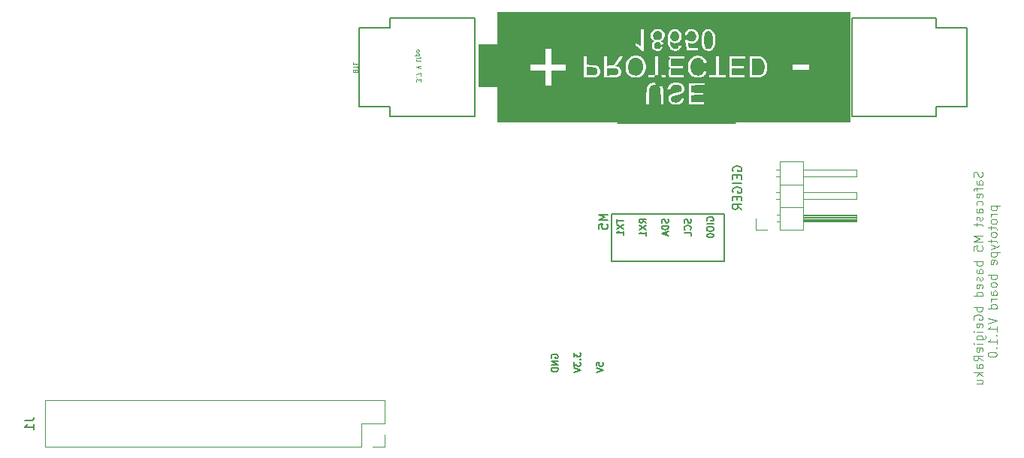
<source format=gbr>
G04 #@! TF.GenerationSoftware,KiCad,Pcbnew,5.99.0-unknown-51b9944~86~ubuntu18.04.1*
G04 #@! TF.CreationDate,2020-03-12T08:57:13+09:00*
G04 #@! TF.ProjectId,bGeigieRaku V2,62476569-6769-4655-9261-6b752056322e,rev?*
G04 #@! TF.SameCoordinates,Original*
G04 #@! TF.FileFunction,Legend,Bot*
G04 #@! TF.FilePolarity,Positive*
%FSLAX46Y46*%
G04 Gerber Fmt 4.6, Leading zero omitted, Abs format (unit mm)*
G04 Created by KiCad (PCBNEW 5.99.0-unknown-51b9944~86~ubuntu18.04.1) date 2020-03-12 08:57:13*
%MOMM*%
%LPD*%
G01*
G04 APERTURE LIST*
%ADD10C,0.100000*%
%ADD11C,0.200000*%
%ADD12C,0.150000*%
%ADD13C,0.120000*%
%ADD14C,0.203200*%
%ADD15C,0.300000*%
%ADD16C,0.050000*%
G04 APERTURE END LIST*
D10*
X208235361Y-89468666D02*
X208282980Y-89611523D01*
X208282980Y-89849619D01*
X208235361Y-89944857D01*
X208187742Y-89992476D01*
X208092504Y-90040095D01*
X207997266Y-90040095D01*
X207902028Y-89992476D01*
X207854409Y-89944857D01*
X207806790Y-89849619D01*
X207759171Y-89659142D01*
X207711552Y-89563904D01*
X207663933Y-89516285D01*
X207568695Y-89468666D01*
X207473457Y-89468666D01*
X207378219Y-89516285D01*
X207330600Y-89563904D01*
X207282980Y-89659142D01*
X207282980Y-89897238D01*
X207330600Y-90040095D01*
X208282980Y-90897238D02*
X207759171Y-90897238D01*
X207663933Y-90849619D01*
X207616314Y-90754380D01*
X207616314Y-90563904D01*
X207663933Y-90468666D01*
X208235361Y-90897238D02*
X208282980Y-90802000D01*
X208282980Y-90563904D01*
X208235361Y-90468666D01*
X208140123Y-90421047D01*
X208044885Y-90421047D01*
X207949647Y-90468666D01*
X207902028Y-90563904D01*
X207902028Y-90802000D01*
X207854409Y-90897238D01*
X207616314Y-91230571D02*
X207616314Y-91611523D01*
X208282980Y-91373428D02*
X207425838Y-91373428D01*
X207330600Y-91421047D01*
X207282980Y-91516285D01*
X207282980Y-91611523D01*
X208235361Y-92325809D02*
X208282980Y-92230571D01*
X208282980Y-92040095D01*
X208235361Y-91944857D01*
X208140123Y-91897238D01*
X207759171Y-91897238D01*
X207663933Y-91944857D01*
X207616314Y-92040095D01*
X207616314Y-92230571D01*
X207663933Y-92325809D01*
X207759171Y-92373428D01*
X207854409Y-92373428D01*
X207949647Y-91897238D01*
X208235361Y-93230571D02*
X208282980Y-93135333D01*
X208282980Y-92944857D01*
X208235361Y-92849619D01*
X208187742Y-92802000D01*
X208092504Y-92754380D01*
X207806790Y-92754380D01*
X207711552Y-92802000D01*
X207663933Y-92849619D01*
X207616314Y-92944857D01*
X207616314Y-93135333D01*
X207663933Y-93230571D01*
X208282980Y-94087714D02*
X207759171Y-94087714D01*
X207663933Y-94040095D01*
X207616314Y-93944857D01*
X207616314Y-93754380D01*
X207663933Y-93659142D01*
X208235361Y-94087714D02*
X208282980Y-93992476D01*
X208282980Y-93754380D01*
X208235361Y-93659142D01*
X208140123Y-93611523D01*
X208044885Y-93611523D01*
X207949647Y-93659142D01*
X207902028Y-93754380D01*
X207902028Y-93992476D01*
X207854409Y-94087714D01*
X208235361Y-94516285D02*
X208282980Y-94611523D01*
X208282980Y-94802000D01*
X208235361Y-94897238D01*
X208140123Y-94944857D01*
X208092504Y-94944857D01*
X207997266Y-94897238D01*
X207949647Y-94802000D01*
X207949647Y-94659142D01*
X207902028Y-94563904D01*
X207806790Y-94516285D01*
X207759171Y-94516285D01*
X207663933Y-94563904D01*
X207616314Y-94659142D01*
X207616314Y-94802000D01*
X207663933Y-94897238D01*
X207616314Y-95230571D02*
X207616314Y-95611523D01*
X207282980Y-95373428D02*
X208140123Y-95373428D01*
X208235361Y-95421047D01*
X208282980Y-95516285D01*
X208282980Y-95611523D01*
X208282980Y-96706761D02*
X207282980Y-96706761D01*
X207997266Y-97040095D01*
X207282980Y-97373428D01*
X208282980Y-97373428D01*
X207282980Y-98325809D02*
X207282980Y-97849619D01*
X207759171Y-97802000D01*
X207711552Y-97849619D01*
X207663933Y-97944857D01*
X207663933Y-98182952D01*
X207711552Y-98278190D01*
X207759171Y-98325809D01*
X207854409Y-98373428D01*
X208092504Y-98373428D01*
X208187742Y-98325809D01*
X208235361Y-98278190D01*
X208282980Y-98182952D01*
X208282980Y-97944857D01*
X208235361Y-97849619D01*
X208187742Y-97802000D01*
X208282980Y-99563904D02*
X207282980Y-99563904D01*
X207663933Y-99563904D02*
X207616314Y-99659142D01*
X207616314Y-99849619D01*
X207663933Y-99944857D01*
X207711552Y-99992476D01*
X207806790Y-100040095D01*
X208092504Y-100040095D01*
X208187742Y-99992476D01*
X208235361Y-99944857D01*
X208282980Y-99849619D01*
X208282980Y-99659142D01*
X208235361Y-99563904D01*
X208282980Y-100897238D02*
X207759171Y-100897238D01*
X207663933Y-100849619D01*
X207616314Y-100754380D01*
X207616314Y-100563904D01*
X207663933Y-100468666D01*
X208235361Y-100897238D02*
X208282980Y-100802000D01*
X208282980Y-100563904D01*
X208235361Y-100468666D01*
X208140123Y-100421047D01*
X208044885Y-100421047D01*
X207949647Y-100468666D01*
X207902028Y-100563904D01*
X207902028Y-100802000D01*
X207854409Y-100897238D01*
X208235361Y-101325809D02*
X208282980Y-101421047D01*
X208282980Y-101611523D01*
X208235361Y-101706761D01*
X208140123Y-101754380D01*
X208092504Y-101754380D01*
X207997266Y-101706761D01*
X207949647Y-101611523D01*
X207949647Y-101468666D01*
X207902028Y-101373428D01*
X207806790Y-101325809D01*
X207759171Y-101325809D01*
X207663933Y-101373428D01*
X207616314Y-101468666D01*
X207616314Y-101611523D01*
X207663933Y-101706761D01*
X208235361Y-102563904D02*
X208282980Y-102468666D01*
X208282980Y-102278190D01*
X208235361Y-102182952D01*
X208140123Y-102135333D01*
X207759171Y-102135333D01*
X207663933Y-102182952D01*
X207616314Y-102278190D01*
X207616314Y-102468666D01*
X207663933Y-102563904D01*
X207759171Y-102611523D01*
X207854409Y-102611523D01*
X207949647Y-102135333D01*
X208282980Y-103468666D02*
X207282980Y-103468666D01*
X208235361Y-103468666D02*
X208282980Y-103373428D01*
X208282980Y-103182952D01*
X208235361Y-103087714D01*
X208187742Y-103040095D01*
X208092504Y-102992476D01*
X207806790Y-102992476D01*
X207711552Y-103040095D01*
X207663933Y-103087714D01*
X207616314Y-103182952D01*
X207616314Y-103373428D01*
X207663933Y-103468666D01*
X208282980Y-104706761D02*
X207282980Y-104706761D01*
X207663933Y-104706761D02*
X207616314Y-104802000D01*
X207616314Y-104992476D01*
X207663933Y-105087714D01*
X207711552Y-105135333D01*
X207806790Y-105182952D01*
X208092504Y-105182952D01*
X208187742Y-105135333D01*
X208235361Y-105087714D01*
X208282980Y-104992476D01*
X208282980Y-104802000D01*
X208235361Y-104706761D01*
X207330600Y-106135333D02*
X207282980Y-106040095D01*
X207282980Y-105897238D01*
X207330600Y-105754380D01*
X207425838Y-105659142D01*
X207521076Y-105611523D01*
X207711552Y-105563904D01*
X207854409Y-105563904D01*
X208044885Y-105611523D01*
X208140123Y-105659142D01*
X208235361Y-105754380D01*
X208282980Y-105897238D01*
X208282980Y-105992476D01*
X208235361Y-106135333D01*
X208187742Y-106182952D01*
X207854409Y-106182952D01*
X207854409Y-105992476D01*
X208235361Y-106992476D02*
X208282980Y-106897238D01*
X208282980Y-106706761D01*
X208235361Y-106611523D01*
X208140123Y-106563904D01*
X207759171Y-106563904D01*
X207663933Y-106611523D01*
X207616314Y-106706761D01*
X207616314Y-106897238D01*
X207663933Y-106992476D01*
X207759171Y-107040095D01*
X207854409Y-107040095D01*
X207949647Y-106563904D01*
X208282980Y-107468666D02*
X207616314Y-107468666D01*
X207282980Y-107468666D02*
X207330600Y-107421047D01*
X207378219Y-107468666D01*
X207330600Y-107516285D01*
X207282980Y-107468666D01*
X207378219Y-107468666D01*
X207616314Y-108373428D02*
X208425838Y-108373428D01*
X208521076Y-108325809D01*
X208568695Y-108278190D01*
X208616314Y-108182952D01*
X208616314Y-108040095D01*
X208568695Y-107944857D01*
X208235361Y-108373428D02*
X208282980Y-108278190D01*
X208282980Y-108087714D01*
X208235361Y-107992476D01*
X208187742Y-107944857D01*
X208092504Y-107897238D01*
X207806790Y-107897238D01*
X207711552Y-107944857D01*
X207663933Y-107992476D01*
X207616314Y-108087714D01*
X207616314Y-108278190D01*
X207663933Y-108373428D01*
X208282980Y-108849619D02*
X207616314Y-108849619D01*
X207282980Y-108849619D02*
X207330600Y-108802000D01*
X207378219Y-108849619D01*
X207330600Y-108897238D01*
X207282980Y-108849619D01*
X207378219Y-108849619D01*
X208235361Y-109706761D02*
X208282980Y-109611523D01*
X208282980Y-109421047D01*
X208235361Y-109325809D01*
X208140123Y-109278190D01*
X207759171Y-109278190D01*
X207663933Y-109325809D01*
X207616314Y-109421047D01*
X207616314Y-109611523D01*
X207663933Y-109706761D01*
X207759171Y-109754380D01*
X207854409Y-109754380D01*
X207949647Y-109278190D01*
X208282980Y-110754380D02*
X207806790Y-110421047D01*
X208282980Y-110182952D02*
X207282980Y-110182952D01*
X207282980Y-110563904D01*
X207330600Y-110659142D01*
X207378219Y-110706761D01*
X207473457Y-110754380D01*
X207616314Y-110754380D01*
X207711552Y-110706761D01*
X207759171Y-110659142D01*
X207806790Y-110563904D01*
X207806790Y-110182952D01*
X208282980Y-111611523D02*
X207759171Y-111611523D01*
X207663933Y-111563904D01*
X207616314Y-111468666D01*
X207616314Y-111278190D01*
X207663933Y-111182952D01*
X208235361Y-111611523D02*
X208282980Y-111516285D01*
X208282980Y-111278190D01*
X208235361Y-111182952D01*
X208140123Y-111135333D01*
X208044885Y-111135333D01*
X207949647Y-111182952D01*
X207902028Y-111278190D01*
X207902028Y-111516285D01*
X207854409Y-111611523D01*
X208282980Y-112087714D02*
X207282980Y-112087714D01*
X207902028Y-112182952D02*
X208282980Y-112468666D01*
X207616314Y-112468666D02*
X207997266Y-112087714D01*
X207616314Y-113325809D02*
X208282980Y-113325809D01*
X207616314Y-112897238D02*
X208140123Y-112897238D01*
X208235361Y-112944857D01*
X208282980Y-113040095D01*
X208282980Y-113182952D01*
X208235361Y-113278190D01*
X208187742Y-113325809D01*
X209226314Y-93325809D02*
X210226314Y-93325809D01*
X209273933Y-93325809D02*
X209226314Y-93421047D01*
X209226314Y-93611523D01*
X209273933Y-93706761D01*
X209321552Y-93754380D01*
X209416790Y-93802000D01*
X209702504Y-93802000D01*
X209797742Y-93754380D01*
X209845361Y-93706761D01*
X209892980Y-93611523D01*
X209892980Y-93421047D01*
X209845361Y-93325809D01*
X209892980Y-94230571D02*
X209226314Y-94230571D01*
X209416790Y-94230571D02*
X209321552Y-94278190D01*
X209273933Y-94325809D01*
X209226314Y-94421047D01*
X209226314Y-94516285D01*
X209892980Y-94992476D02*
X209845361Y-94897238D01*
X209797742Y-94849619D01*
X209702504Y-94802000D01*
X209416790Y-94802000D01*
X209321552Y-94849619D01*
X209273933Y-94897238D01*
X209226314Y-94992476D01*
X209226314Y-95135333D01*
X209273933Y-95230571D01*
X209321552Y-95278190D01*
X209416790Y-95325809D01*
X209702504Y-95325809D01*
X209797742Y-95278190D01*
X209845361Y-95230571D01*
X209892980Y-95135333D01*
X209892980Y-94992476D01*
X209226314Y-95611523D02*
X209226314Y-95992476D01*
X208892980Y-95754380D02*
X209750123Y-95754380D01*
X209845361Y-95802000D01*
X209892980Y-95897238D01*
X209892980Y-95992476D01*
X209892980Y-96468666D02*
X209845361Y-96373428D01*
X209797742Y-96325809D01*
X209702504Y-96278190D01*
X209416790Y-96278190D01*
X209321552Y-96325809D01*
X209273933Y-96373428D01*
X209226314Y-96468666D01*
X209226314Y-96611523D01*
X209273933Y-96706761D01*
X209321552Y-96754380D01*
X209416790Y-96802000D01*
X209702504Y-96802000D01*
X209797742Y-96754380D01*
X209845361Y-96706761D01*
X209892980Y-96611523D01*
X209892980Y-96468666D01*
X209226314Y-97087714D02*
X209226314Y-97468666D01*
X208892980Y-97230571D02*
X209750123Y-97230571D01*
X209845361Y-97278190D01*
X209892980Y-97373428D01*
X209892980Y-97468666D01*
X209226314Y-97706761D02*
X209892980Y-97944857D01*
X209226314Y-98182952D02*
X209892980Y-97944857D01*
X210131076Y-97849619D01*
X210178695Y-97802000D01*
X210226314Y-97706761D01*
X209226314Y-98563904D02*
X210226314Y-98563904D01*
X209273933Y-98563904D02*
X209226314Y-98659142D01*
X209226314Y-98849619D01*
X209273933Y-98944857D01*
X209321552Y-98992476D01*
X209416790Y-99040095D01*
X209702504Y-99040095D01*
X209797742Y-98992476D01*
X209845361Y-98944857D01*
X209892980Y-98849619D01*
X209892980Y-98659142D01*
X209845361Y-98563904D01*
X209845361Y-99849619D02*
X209892980Y-99754380D01*
X209892980Y-99563904D01*
X209845361Y-99468666D01*
X209750123Y-99421047D01*
X209369171Y-99421047D01*
X209273933Y-99468666D01*
X209226314Y-99563904D01*
X209226314Y-99754380D01*
X209273933Y-99849619D01*
X209369171Y-99897238D01*
X209464409Y-99897238D01*
X209559647Y-99421047D01*
X209892980Y-101087714D02*
X208892980Y-101087714D01*
X209273933Y-101087714D02*
X209226314Y-101182952D01*
X209226314Y-101373428D01*
X209273933Y-101468666D01*
X209321552Y-101516285D01*
X209416790Y-101563904D01*
X209702504Y-101563904D01*
X209797742Y-101516285D01*
X209845361Y-101468666D01*
X209892980Y-101373428D01*
X209892980Y-101182952D01*
X209845361Y-101087714D01*
X209892980Y-102135333D02*
X209845361Y-102040095D01*
X209797742Y-101992476D01*
X209702504Y-101944857D01*
X209416790Y-101944857D01*
X209321552Y-101992476D01*
X209273933Y-102040095D01*
X209226314Y-102135333D01*
X209226314Y-102278190D01*
X209273933Y-102373428D01*
X209321552Y-102421047D01*
X209416790Y-102468666D01*
X209702504Y-102468666D01*
X209797742Y-102421047D01*
X209845361Y-102373428D01*
X209892980Y-102278190D01*
X209892980Y-102135333D01*
X209892980Y-103325809D02*
X209369171Y-103325809D01*
X209273933Y-103278190D01*
X209226314Y-103182952D01*
X209226314Y-102992476D01*
X209273933Y-102897238D01*
X209845361Y-103325809D02*
X209892980Y-103230571D01*
X209892980Y-102992476D01*
X209845361Y-102897238D01*
X209750123Y-102849619D01*
X209654885Y-102849619D01*
X209559647Y-102897238D01*
X209512028Y-102992476D01*
X209512028Y-103230571D01*
X209464409Y-103325809D01*
X209892980Y-103802000D02*
X209226314Y-103802000D01*
X209416790Y-103802000D02*
X209321552Y-103849619D01*
X209273933Y-103897238D01*
X209226314Y-103992476D01*
X209226314Y-104087714D01*
X209892980Y-104849619D02*
X208892980Y-104849619D01*
X209845361Y-104849619D02*
X209892980Y-104754380D01*
X209892980Y-104563904D01*
X209845361Y-104468666D01*
X209797742Y-104421047D01*
X209702504Y-104373428D01*
X209416790Y-104373428D01*
X209321552Y-104421047D01*
X209273933Y-104468666D01*
X209226314Y-104563904D01*
X209226314Y-104754380D01*
X209273933Y-104849619D01*
X208892980Y-105944857D02*
X209892980Y-106278190D01*
X208892980Y-106611523D01*
X209892980Y-107468666D02*
X209892980Y-106897238D01*
X209892980Y-107182952D02*
X208892980Y-107182952D01*
X209035838Y-107087714D01*
X209131076Y-106992476D01*
X209178695Y-106897238D01*
X209797742Y-107897238D02*
X209845361Y-107944857D01*
X209892980Y-107897238D01*
X209845361Y-107849619D01*
X209797742Y-107897238D01*
X209892980Y-107897238D01*
X209892980Y-108897238D02*
X209892980Y-108325809D01*
X209892980Y-108611523D02*
X208892980Y-108611523D01*
X209035838Y-108516285D01*
X209131076Y-108421047D01*
X209178695Y-108325809D01*
X209797742Y-109325809D02*
X209845361Y-109373428D01*
X209892980Y-109325809D01*
X209845361Y-109278190D01*
X209797742Y-109325809D01*
X209892980Y-109325809D01*
X208892980Y-109992476D02*
X208892980Y-110087714D01*
X208940600Y-110182952D01*
X208988219Y-110230571D01*
X209083457Y-110278190D01*
X209273933Y-110325809D01*
X209512028Y-110325809D01*
X209702504Y-110278190D01*
X209797742Y-110230571D01*
X209845361Y-110182952D01*
X209892980Y-110087714D01*
X209892980Y-109992476D01*
X209845361Y-109897238D01*
X209797742Y-109849619D01*
X209702504Y-109802000D01*
X209512028Y-109754380D01*
X209273933Y-109754380D01*
X209083457Y-109802000D01*
X208988219Y-109849619D01*
X208940600Y-109897238D01*
X208892980Y-109992476D01*
D11*
X166471600Y-94182000D02*
X166471600Y-99516000D01*
X166471600Y-99516000D02*
X179171600Y-99516000D01*
X179171600Y-99516000D02*
X179171600Y-94182000D01*
X179171600Y-94182000D02*
X166471600Y-94182000D01*
D12*
X167076885Y-94777428D02*
X167076885Y-95206000D01*
X167826885Y-94991714D02*
X167076885Y-94991714D01*
X167076885Y-95384571D02*
X167826885Y-95884571D01*
X167076885Y-95884571D02*
X167826885Y-95384571D01*
X167826885Y-96563142D02*
X167826885Y-96134571D01*
X167826885Y-96348857D02*
X167076885Y-96348857D01*
X167184028Y-96277428D01*
X167255457Y-96206000D01*
X167291171Y-96134571D01*
X170366885Y-95223857D02*
X170009742Y-94973857D01*
X170366885Y-94795285D02*
X169616885Y-94795285D01*
X169616885Y-95081000D01*
X169652600Y-95152428D01*
X169688314Y-95188142D01*
X169759742Y-95223857D01*
X169866885Y-95223857D01*
X169938314Y-95188142D01*
X169974028Y-95152428D01*
X170009742Y-95081000D01*
X170009742Y-94795285D01*
X169616885Y-95473857D02*
X170366885Y-95973857D01*
X169616885Y-95973857D02*
X170366885Y-95473857D01*
X170366885Y-96652428D02*
X170366885Y-96223857D01*
X170366885Y-96438142D02*
X169616885Y-96438142D01*
X169724028Y-96366714D01*
X169795457Y-96295285D01*
X169831171Y-96223857D01*
X172871171Y-94795284D02*
X172906885Y-94902427D01*
X172906885Y-95080999D01*
X172871171Y-95152427D01*
X172835457Y-95188141D01*
X172764028Y-95223856D01*
X172692600Y-95223856D01*
X172621171Y-95188141D01*
X172585457Y-95152427D01*
X172549742Y-95080999D01*
X172514028Y-94938141D01*
X172478314Y-94866713D01*
X172442600Y-94830999D01*
X172371171Y-94795284D01*
X172299742Y-94795284D01*
X172228314Y-94830999D01*
X172192600Y-94866713D01*
X172156885Y-94938141D01*
X172156885Y-95116713D01*
X172192600Y-95223856D01*
X172906885Y-95545284D02*
X172156885Y-95545284D01*
X172156885Y-95723856D01*
X172192600Y-95830999D01*
X172264028Y-95902427D01*
X172335457Y-95938141D01*
X172478314Y-95973856D01*
X172585457Y-95973856D01*
X172728314Y-95938141D01*
X172799742Y-95902427D01*
X172871171Y-95830999D01*
X172906885Y-95723856D01*
X172906885Y-95545284D01*
X172692600Y-96259570D02*
X172692600Y-96616713D01*
X172906885Y-96188141D02*
X172156885Y-96438141D01*
X172906885Y-96688141D01*
X175411171Y-94813141D02*
X175446885Y-94920284D01*
X175446885Y-95098856D01*
X175411171Y-95170284D01*
X175375457Y-95205999D01*
X175304028Y-95241713D01*
X175232600Y-95241713D01*
X175161171Y-95205999D01*
X175125457Y-95170284D01*
X175089742Y-95098856D01*
X175054028Y-94955999D01*
X175018314Y-94884570D01*
X174982600Y-94848856D01*
X174911171Y-94813141D01*
X174839742Y-94813141D01*
X174768314Y-94848856D01*
X174732600Y-94884570D01*
X174696885Y-94955999D01*
X174696885Y-95134570D01*
X174732600Y-95241713D01*
X175375457Y-95991713D02*
X175411171Y-95955999D01*
X175446885Y-95848856D01*
X175446885Y-95777427D01*
X175411171Y-95670284D01*
X175339742Y-95598856D01*
X175268314Y-95563141D01*
X175125457Y-95527427D01*
X175018314Y-95527427D01*
X174875457Y-95563141D01*
X174804028Y-95598856D01*
X174732600Y-95670284D01*
X174696885Y-95777427D01*
X174696885Y-95848856D01*
X174732600Y-95955999D01*
X174768314Y-95991713D01*
X175446885Y-96670284D02*
X175446885Y-96313141D01*
X174696885Y-96313141D01*
X177272600Y-94973856D02*
X177236885Y-94902427D01*
X177236885Y-94795284D01*
X177272600Y-94688141D01*
X177344028Y-94616713D01*
X177415457Y-94580999D01*
X177558314Y-94545284D01*
X177665457Y-94545284D01*
X177808314Y-94580999D01*
X177879742Y-94616713D01*
X177951171Y-94688141D01*
X177986885Y-94795284D01*
X177986885Y-94866713D01*
X177951171Y-94973856D01*
X177915457Y-95009570D01*
X177665457Y-95009570D01*
X177665457Y-94866713D01*
X177986885Y-95330999D02*
X177236885Y-95330999D01*
X177236885Y-95830999D02*
X177236885Y-95973856D01*
X177272600Y-96045284D01*
X177344028Y-96116713D01*
X177486885Y-96152427D01*
X177736885Y-96152427D01*
X177879742Y-96116713D01*
X177951171Y-96045284D01*
X177986885Y-95973856D01*
X177986885Y-95830999D01*
X177951171Y-95759570D01*
X177879742Y-95688141D01*
X177736885Y-95652427D01*
X177486885Y-95652427D01*
X177344028Y-95688141D01*
X177272600Y-95759570D01*
X177236885Y-95830999D01*
X177236885Y-96616713D02*
X177236885Y-96688141D01*
X177272600Y-96759570D01*
X177308314Y-96795284D01*
X177379742Y-96830999D01*
X177522600Y-96866713D01*
X177701171Y-96866713D01*
X177844028Y-96830999D01*
X177915457Y-96795284D01*
X177951171Y-96759570D01*
X177986885Y-96688141D01*
X177986885Y-96616713D01*
X177951171Y-96545284D01*
X177915457Y-96509570D01*
X177844028Y-96473856D01*
X177701171Y-96438141D01*
X177522600Y-96438141D01*
X177379742Y-96473856D01*
X177308314Y-96509570D01*
X177272600Y-96545284D01*
X177236885Y-96616713D01*
X166034980Y-94261476D02*
X165034980Y-94261476D01*
X165749266Y-94594809D01*
X165034980Y-94928142D01*
X166034980Y-94928142D01*
X165034980Y-95880523D02*
X165034980Y-95404333D01*
X165511171Y-95356714D01*
X165463552Y-95404333D01*
X165415933Y-95499571D01*
X165415933Y-95737666D01*
X165463552Y-95832904D01*
X165511171Y-95880523D01*
X165606409Y-95928142D01*
X165844504Y-95928142D01*
X165939742Y-95880523D01*
X165987361Y-95832904D01*
X166034980Y-95737666D01*
X166034980Y-95499571D01*
X165987361Y-95404333D01*
X165939742Y-95356714D01*
X159746600Y-110445998D02*
X159710885Y-110374569D01*
X159710885Y-110267427D01*
X159746600Y-110160284D01*
X159818028Y-110088855D01*
X159889457Y-110053141D01*
X160032314Y-110017427D01*
X160139457Y-110017427D01*
X160282314Y-110053141D01*
X160353742Y-110088855D01*
X160425171Y-110160284D01*
X160460885Y-110267427D01*
X160460885Y-110338855D01*
X160425171Y-110445998D01*
X160389457Y-110481712D01*
X160139457Y-110481712D01*
X160139457Y-110338855D01*
X160460885Y-110803141D02*
X159710885Y-110803141D01*
X160460885Y-111231712D01*
X159710885Y-111231712D01*
X160460885Y-111588855D02*
X159710885Y-111588855D01*
X159710885Y-111767427D01*
X159746600Y-111874569D01*
X159818028Y-111945998D01*
X159889457Y-111981712D01*
X160032314Y-112017427D01*
X160139457Y-112017427D01*
X160282314Y-111981712D01*
X160353742Y-111945998D01*
X160425171Y-111874569D01*
X160460885Y-111767427D01*
X160460885Y-111588855D01*
X162250885Y-109838855D02*
X162250885Y-110303140D01*
X162536600Y-110053140D01*
X162536600Y-110160283D01*
X162572314Y-110231712D01*
X162608028Y-110267426D01*
X162679457Y-110303140D01*
X162858028Y-110303140D01*
X162929457Y-110267426D01*
X162965171Y-110231712D01*
X163000885Y-110160283D01*
X163000885Y-109945998D01*
X162965171Y-109874569D01*
X162929457Y-109838855D01*
X162929457Y-110624569D02*
X162965171Y-110660283D01*
X163000885Y-110624569D01*
X162965171Y-110588855D01*
X162929457Y-110624569D01*
X163000885Y-110624569D01*
X162250885Y-110910283D02*
X162250885Y-111374569D01*
X162536600Y-111124569D01*
X162536600Y-111231712D01*
X162572314Y-111303140D01*
X162608028Y-111338855D01*
X162679457Y-111374569D01*
X162858028Y-111374569D01*
X162929457Y-111338855D01*
X162965171Y-111303140D01*
X163000885Y-111231712D01*
X163000885Y-111017426D01*
X162965171Y-110945998D01*
X162929457Y-110910283D01*
X162250885Y-111588855D02*
X163000885Y-111838855D01*
X162250885Y-112088855D01*
X164790885Y-111338854D02*
X164790885Y-110981712D01*
X165148028Y-110945997D01*
X165112314Y-110981712D01*
X165076600Y-111053140D01*
X165076600Y-111231712D01*
X165112314Y-111303140D01*
X165148028Y-111338854D01*
X165219457Y-111374569D01*
X165398028Y-111374569D01*
X165469457Y-111338854D01*
X165505171Y-111303140D01*
X165540885Y-111231712D01*
X165540885Y-111053140D01*
X165505171Y-110981712D01*
X165469457Y-110945997D01*
X164790885Y-111588854D02*
X165540885Y-111838854D01*
X164790885Y-112088854D01*
G36*
X180432236Y-83878945D02*
G01*
X180519014Y-83963786D01*
X180605791Y-84048626D01*
X166959247Y-84048626D01*
X167046024Y-83963786D01*
X167132802Y-83878945D01*
X166308158Y-83878143D01*
X163965874Y-83875866D01*
X160368143Y-83872369D01*
X159738120Y-83871756D01*
X153603485Y-83865793D01*
X153603485Y-81855821D01*
X170414996Y-81855821D01*
X170725206Y-81855821D01*
X170733256Y-80931802D01*
X170733839Y-80866012D01*
X170736182Y-80632025D01*
X170738734Y-80443641D01*
X170741788Y-80295569D01*
X170745636Y-80182517D01*
X170750569Y-80099193D01*
X170756879Y-80040305D01*
X170764858Y-80000562D01*
X170774797Y-79974672D01*
X170786990Y-79957342D01*
X170816603Y-79917953D01*
X170832673Y-79879029D01*
X170836230Y-79868106D01*
X170867783Y-79826029D01*
X170921366Y-79773284D01*
X170939046Y-79759058D01*
X171050095Y-79702001D01*
X171192026Y-79665583D01*
X171350425Y-79650396D01*
X171510880Y-79657030D01*
X171658978Y-79686074D01*
X171780304Y-79738119D01*
X171823483Y-79768345D01*
X171876327Y-79820259D01*
X171919841Y-79886857D01*
X171954859Y-79972822D01*
X171982215Y-80082836D01*
X172002744Y-80221581D01*
X172017281Y-80393739D01*
X172026660Y-80603993D01*
X172031715Y-80857025D01*
X172033281Y-81157517D01*
X172033495Y-81855821D01*
X172325265Y-81855821D01*
X172313664Y-80948678D01*
X172311883Y-80817565D01*
X172307911Y-80581559D01*
X172303363Y-80390221D01*
X172297988Y-80238462D01*
X172291534Y-80121190D01*
X172290754Y-80112384D01*
X172790535Y-80112384D01*
X172792653Y-80144741D01*
X172808370Y-80169655D01*
X172850596Y-80182160D01*
X172932170Y-80189222D01*
X173073804Y-80198164D01*
X173089867Y-80090759D01*
X173092986Y-80073443D01*
X173142486Y-79954962D01*
X173233936Y-79846697D01*
X173358408Y-79755410D01*
X173506975Y-79687864D01*
X173670708Y-79650821D01*
X173686287Y-79649181D01*
X173810661Y-79645704D01*
X173940018Y-79655846D01*
X174060097Y-79677176D01*
X174156635Y-79707263D01*
X174215371Y-79743674D01*
X174251582Y-79775841D01*
X174290407Y-79793539D01*
X174293893Y-79793994D01*
X174325633Y-79822240D01*
X174362793Y-79883258D01*
X174398208Y-79961502D01*
X174424713Y-80041430D01*
X174435140Y-80107495D01*
X174435140Y-80107859D01*
X174428267Y-80162431D01*
X174411865Y-80185112D01*
X174393682Y-80198198D01*
X174372527Y-80243847D01*
X174336410Y-80307052D01*
X174255833Y-80375246D01*
X174143834Y-80432724D01*
X174011449Y-80472497D01*
X173932008Y-80490403D01*
X173859507Y-80510162D01*
X173821676Y-80524922D01*
X173804589Y-80532406D01*
X173743511Y-80551440D01*
X173651558Y-80576239D01*
X173541049Y-80603360D01*
X173467474Y-80621489D01*
X173374157Y-80647516D01*
X173310237Y-80669278D01*
X173286527Y-80683376D01*
X173273308Y-80700194D01*
X173227791Y-80721531D01*
X173147162Y-80756366D01*
X173038740Y-80845053D01*
X172958175Y-80966759D01*
X172909249Y-81112597D01*
X172895746Y-81273678D01*
X172921451Y-81441115D01*
X172921529Y-81441396D01*
X172964755Y-81527621D01*
X173041951Y-81622586D01*
X173139541Y-81713620D01*
X173243947Y-81788052D01*
X173341591Y-81833211D01*
X173353413Y-81836485D01*
X173469119Y-81856683D01*
X173613881Y-81867276D01*
X173771577Y-81868541D01*
X173926085Y-81860755D01*
X173966365Y-81855821D01*
X175166075Y-81855821D01*
X176941204Y-81855821D01*
X176941204Y-81594772D01*
X175477973Y-81594772D01*
X175485179Y-81196674D01*
X175492385Y-80798575D01*
X176164585Y-80791608D01*
X176836784Y-80784641D01*
X176836784Y-80551461D01*
X176164585Y-80544494D01*
X175492385Y-80537527D01*
X175492385Y-79702172D01*
X176242899Y-79695246D01*
X176993413Y-79688319D01*
X176993413Y-79454176D01*
X175166075Y-79454176D01*
X175166075Y-81855821D01*
X173966365Y-81855821D01*
X174061279Y-81844195D01*
X174161039Y-81819139D01*
X174210556Y-81798278D01*
X174277766Y-81762417D01*
X174313249Y-81732851D01*
X174341535Y-81704140D01*
X174398558Y-81672108D01*
X174443518Y-81643353D01*
X174485631Y-81586239D01*
X174507741Y-81541431D01*
X174550708Y-81482934D01*
X174561011Y-81469789D01*
X174589266Y-81406592D01*
X174608182Y-81325680D01*
X174624031Y-81210051D01*
X174503557Y-81191985D01*
X174420477Y-81182530D01*
X174366502Y-81190168D01*
X174337593Y-81223478D01*
X174320319Y-81289619D01*
X174310098Y-81324762D01*
X174275306Y-81396770D01*
X174228594Y-81467419D01*
X174180844Y-81521190D01*
X174142940Y-81542563D01*
X174131622Y-81544764D01*
X174081049Y-81563377D01*
X174011298Y-81594772D01*
X173960615Y-81613735D01*
X173869063Y-81634097D01*
X173768282Y-81645861D01*
X173673279Y-81648159D01*
X173599059Y-81640121D01*
X173560628Y-81620877D01*
X173542288Y-81606204D01*
X173491244Y-81594772D01*
X173481100Y-81594463D01*
X173385821Y-81569156D01*
X173293051Y-81513097D01*
X173226644Y-81440220D01*
X173213093Y-81411807D01*
X173191023Y-81324141D01*
X173183669Y-81224567D01*
X173191646Y-81133558D01*
X173215569Y-81071588D01*
X173232909Y-81052178D01*
X173291044Y-81007276D01*
X173376986Y-80963196D01*
X173496653Y-80917558D01*
X173655962Y-80867981D01*
X173860834Y-80812085D01*
X173937012Y-80792039D01*
X174097672Y-80747420D01*
X174220845Y-80707930D01*
X174316219Y-80669296D01*
X174393485Y-80627243D01*
X174462331Y-80577495D01*
X174532447Y-80515779D01*
X174613586Y-80409171D01*
X174667770Y-80269196D01*
X174689357Y-80113413D01*
X174676453Y-79955934D01*
X174643978Y-79860359D01*
X174627162Y-79810869D01*
X174612019Y-79784033D01*
X174537618Y-79687859D01*
X174440474Y-79595447D01*
X174336672Y-79520725D01*
X174242301Y-79477622D01*
X174217052Y-79470165D01*
X174151519Y-79443853D01*
X174116288Y-79418844D01*
X174108448Y-79413158D01*
X174058453Y-79401922D01*
X173974626Y-79394493D01*
X173869244Y-79390771D01*
X173754587Y-79390657D01*
X173642933Y-79394050D01*
X173546560Y-79400851D01*
X173477747Y-79410959D01*
X173448773Y-79424275D01*
X173436792Y-79439777D01*
X173392090Y-79454176D01*
X173354741Y-79459258D01*
X173275529Y-79485562D01*
X173190353Y-79526026D01*
X173117964Y-79571259D01*
X173077117Y-79611873D01*
X173053546Y-79642349D01*
X173013126Y-79663015D01*
X173007036Y-79664918D01*
X172974661Y-79698442D01*
X172930932Y-79765150D01*
X172883520Y-79853751D01*
X172873790Y-79874083D01*
X172831488Y-79972187D01*
X172801761Y-80057115D01*
X172790535Y-80112384D01*
X172290754Y-80112384D01*
X172283750Y-80033318D01*
X172274385Y-79969755D01*
X172263189Y-79925411D01*
X172250005Y-79889796D01*
X172219776Y-79828145D01*
X172194167Y-79799238D01*
X172183717Y-79793672D01*
X172164020Y-79755779D01*
X172146877Y-79720661D01*
X172099211Y-79664907D01*
X172033740Y-79601440D01*
X171963256Y-79541795D01*
X171900547Y-79497509D01*
X171858406Y-79480120D01*
X171856849Y-79480093D01*
X171801004Y-79466838D01*
X171733290Y-79436724D01*
X171708702Y-79426907D01*
X171630468Y-79410703D01*
X171524129Y-79399077D01*
X171403004Y-79392339D01*
X171280411Y-79390800D01*
X171169672Y-79394771D01*
X171084104Y-79404562D01*
X171037027Y-79420485D01*
X171027186Y-79427238D01*
X170970528Y-79454170D01*
X170895054Y-79480625D01*
X170889940Y-79482181D01*
X170760159Y-79548674D01*
X170645220Y-79658552D01*
X170550155Y-79804170D01*
X170479997Y-79977887D01*
X170439779Y-80172059D01*
X170433421Y-80251967D01*
X170427548Y-80376231D01*
X170422546Y-80534303D01*
X170418659Y-80716883D01*
X170416128Y-80914669D01*
X170415194Y-81118359D01*
X170414996Y-81855821D01*
X153603485Y-81855821D01*
X153603485Y-79950168D01*
X152593605Y-79950168D01*
X152415528Y-79950148D01*
X152191766Y-79949918D01*
X152011607Y-79949205D01*
X151869913Y-79947736D01*
X151761543Y-79945239D01*
X151681358Y-79941442D01*
X151624218Y-79936072D01*
X151584982Y-79928856D01*
X151558512Y-79919522D01*
X151539667Y-79907797D01*
X151523307Y-79893408D01*
X151462889Y-79836648D01*
X151462889Y-77339685D01*
X157362581Y-77339685D01*
X157362581Y-78018411D01*
X159033290Y-78018411D01*
X159033290Y-79715225D01*
X159738120Y-79715225D01*
X159738120Y-78018411D01*
X161356620Y-78018411D01*
X161356620Y-77339685D01*
X159738120Y-77339685D01*
X159738120Y-76399911D01*
X163366692Y-76399911D01*
X163366692Y-78827660D01*
X163965874Y-78827660D01*
X164055468Y-78827381D01*
X164223995Y-78825298D01*
X164373513Y-78821445D01*
X164495724Y-78816141D01*
X164582326Y-78809702D01*
X164625021Y-78802447D01*
X164638129Y-78797260D01*
X164710423Y-78773175D01*
X164794744Y-78749551D01*
X164908322Y-78704714D01*
X165027878Y-78609958D01*
X165130856Y-78467883D01*
X165154275Y-78424679D01*
X165184136Y-78349346D01*
X165199215Y-78264509D01*
X165204409Y-78148935D01*
X165203297Y-78044080D01*
X165192344Y-77959000D01*
X165165736Y-77878094D01*
X165117786Y-77776941D01*
X165109799Y-77761424D01*
X165063290Y-77679888D01*
X165022890Y-77622456D01*
X164996581Y-77600733D01*
X164981829Y-77597355D01*
X164950853Y-77564720D01*
X164926942Y-77531996D01*
X164864087Y-77496810D01*
X164762078Y-77468668D01*
X164617701Y-77446964D01*
X164427744Y-77431088D01*
X164188994Y-77420432D01*
X163693002Y-77404947D01*
X163678822Y-76399911D01*
X165663917Y-76399911D01*
X165663917Y-78827660D01*
X166308158Y-78827660D01*
X166530193Y-78826433D01*
X166723051Y-78822716D01*
X166875959Y-78816672D01*
X166984840Y-78808463D01*
X167045619Y-78798252D01*
X167151966Y-78764174D01*
X167251348Y-78728937D01*
X167320894Y-78696575D01*
X167371920Y-78660351D01*
X167415739Y-78613529D01*
X167463668Y-78549373D01*
X167521658Y-78454791D01*
X167580921Y-78286941D01*
X167589016Y-78116566D01*
X167546013Y-77948273D01*
X167451982Y-77786668D01*
X167389153Y-77712940D01*
X167313081Y-77654135D01*
X167214278Y-77611642D01*
X167154634Y-77589405D01*
X167138644Y-77581913D01*
X168052467Y-77581913D01*
X168057792Y-77752976D01*
X168076165Y-77900939D01*
X168112325Y-78049077D01*
X168205133Y-78277761D01*
X168336538Y-78471450D01*
X168506946Y-78630691D01*
X168716768Y-78756028D01*
X168746705Y-78770023D01*
X168819328Y-78800866D01*
X168885223Y-78820588D01*
X168959124Y-78831768D01*
X169055761Y-78836982D01*
X169189870Y-78838810D01*
X169253001Y-78838955D01*
X169378339Y-78836429D01*
X169468831Y-78828639D01*
X169536781Y-78814147D01*
X169594494Y-78791515D01*
X169608763Y-78784685D01*
X169702111Y-78740372D01*
X169787847Y-78700148D01*
X169878557Y-78646630D01*
X169969143Y-78566612D01*
X170623835Y-78566612D01*
X170623835Y-78827660D01*
X172555592Y-78827660D01*
X172894955Y-78827660D01*
X174643978Y-78827660D01*
X174643978Y-78566612D01*
X173208213Y-78566612D01*
X173208213Y-77783467D01*
X174539559Y-77783467D01*
X174539559Y-77727644D01*
X175095616Y-77727644D01*
X175099836Y-77783467D01*
X175100234Y-77785185D01*
X175109358Y-77832426D01*
X175123577Y-77913492D01*
X175139989Y-78011884D01*
X175142349Y-78026054D01*
X175159781Y-78114800D01*
X175176623Y-78177427D01*
X175189527Y-78201144D01*
X175195722Y-78204456D01*
X175221497Y-78240223D01*
X175253008Y-78302619D01*
X175303936Y-78388204D01*
X175384744Y-78488175D01*
X175480290Y-78585494D01*
X175576731Y-78666108D01*
X175660223Y-78715965D01*
X175661560Y-78716515D01*
X175753760Y-78756126D01*
X175844801Y-78797517D01*
X175853603Y-78801361D01*
X175936740Y-78823096D01*
X176050673Y-78837209D01*
X176181656Y-78843745D01*
X176315940Y-78842750D01*
X176439778Y-78834269D01*
X176539421Y-78818347D01*
X176601123Y-78795029D01*
X176658054Y-78763954D01*
X176714157Y-78749346D01*
X176743405Y-78741875D01*
X176808866Y-78698846D01*
X176886821Y-78626394D01*
X176940418Y-78566612D01*
X177463300Y-78566612D01*
X177463300Y-78827660D01*
X179368953Y-78827660D01*
X179368953Y-78566612D01*
X178559703Y-78566612D01*
X178559703Y-76399911D01*
X179760525Y-76399911D01*
X179760525Y-78827660D01*
X181509549Y-78827660D01*
X181509549Y-78566612D01*
X180073783Y-78566612D01*
X180073783Y-77783467D01*
X181405130Y-77783467D01*
X181405130Y-77522419D01*
X180073783Y-77522419D01*
X180073783Y-76660959D01*
X181561759Y-76660959D01*
X181561759Y-76399911D01*
X179760525Y-76399911D01*
X178559703Y-76399911D01*
X178272550Y-76399911D01*
X178272550Y-78566612D01*
X177463300Y-78566612D01*
X176940418Y-78566612D01*
X176969046Y-78534682D01*
X177047316Y-78433873D01*
X177113405Y-78334129D01*
X177159091Y-78245614D01*
X177176147Y-78178489D01*
X177163427Y-78168605D01*
X177111778Y-78151380D01*
X177033952Y-78134114D01*
X176891756Y-78108065D01*
X176849981Y-78217451D01*
X176821263Y-78273658D01*
X176758967Y-78361466D01*
X176684933Y-78442145D01*
X176590513Y-78515683D01*
X176441267Y-78582563D01*
X176268111Y-78607755D01*
X176065694Y-78592558D01*
X176052894Y-78590460D01*
X175884103Y-78548711D01*
X175750272Y-78481645D01*
X175638158Y-78380370D01*
X175534514Y-78235995D01*
X175481558Y-78130154D01*
X175430303Y-77949829D01*
X175406725Y-77731326D01*
X175410273Y-77471265D01*
X175415419Y-77393548D01*
X175426632Y-77281359D01*
X175443145Y-77196353D01*
X175468614Y-77122285D01*
X175506694Y-77042912D01*
X175541036Y-76980061D01*
X175613105Y-76871931D01*
X175694596Y-76788286D01*
X175796102Y-76721353D01*
X175928213Y-76663363D01*
X176101524Y-76606545D01*
X176153399Y-76592790D01*
X176217281Y-76586990D01*
X176264325Y-76603845D01*
X176299327Y-76621878D01*
X176346964Y-76635000D01*
X176439039Y-76648678D01*
X176566115Y-76703275D01*
X176686066Y-76790313D01*
X176785905Y-76899855D01*
X176852643Y-77021960D01*
X176876038Y-77083677D01*
X176910618Y-77153934D01*
X176949311Y-77187232D01*
X177004581Y-77191662D01*
X177088896Y-77175318D01*
X177223536Y-77143899D01*
X177160073Y-76986123D01*
X177116333Y-76895745D01*
X177039133Y-76774714D01*
X176948835Y-76661441D01*
X176856457Y-76569422D01*
X176773021Y-76512150D01*
X176698300Y-76475478D01*
X176614893Y-76431991D01*
X176600583Y-76425324D01*
X176517905Y-76403303D01*
X176468645Y-76396496D01*
X182031645Y-76396496D01*
X182031645Y-78827660D01*
X182593254Y-78827660D01*
X182651884Y-78827535D01*
X182815760Y-78825810D01*
X182960895Y-78822312D01*
X183078923Y-78817363D01*
X183161477Y-78811283D01*
X183200191Y-78804393D01*
X183236116Y-78789626D01*
X183311296Y-78764073D01*
X183402149Y-78736653D01*
X183463951Y-78717099D01*
X183543342Y-78680316D01*
X183617263Y-78625649D01*
X183704133Y-78541174D01*
X183759244Y-78479793D01*
X183843550Y-78365614D01*
X183897062Y-78263025D01*
X183915102Y-78216638D01*
X183944726Y-78147775D01*
X183965244Y-78109304D01*
X183969394Y-78101044D01*
X183983819Y-78048702D01*
X184000698Y-77963370D01*
X184017181Y-77858786D01*
X184028596Y-77730386D01*
X184030902Y-77584562D01*
X184024836Y-77436341D01*
X184017885Y-77365790D01*
X186887144Y-77365790D01*
X186887144Y-77940096D01*
X188714482Y-77940096D01*
X188714482Y-77365790D01*
X186887144Y-77365790D01*
X184017885Y-77365790D01*
X184011336Y-77299322D01*
X183991339Y-77187107D01*
X183965784Y-77113296D01*
X183951181Y-77084390D01*
X183918865Y-77013404D01*
X183882649Y-76928261D01*
X183876797Y-76914973D01*
X183828006Y-76832469D01*
X183758497Y-76741853D01*
X183678228Y-76653419D01*
X183597158Y-76577463D01*
X183525246Y-76524282D01*
X183472449Y-76504170D01*
X183470288Y-76504113D01*
X183416320Y-76490106D01*
X183349939Y-76458941D01*
X183349912Y-76458925D01*
X183317949Y-76444234D01*
X183274778Y-76432758D01*
X183213567Y-76423970D01*
X183127480Y-76417345D01*
X183009685Y-76412356D01*
X182853348Y-76408478D01*
X182651635Y-76405185D01*
X182031645Y-76396496D01*
X176468645Y-76396496D01*
X176402008Y-76387288D01*
X176267748Y-76377995D01*
X176184163Y-76376870D01*
X176129978Y-76376141D01*
X176003551Y-76382444D01*
X175903321Y-76397622D01*
X175814327Y-76423046D01*
X175618191Y-76514015D01*
X175445016Y-76649976D01*
X175413842Y-76682365D01*
X175341696Y-76772081D01*
X175279095Y-76868298D01*
X175234977Y-76956361D01*
X175218285Y-77021617D01*
X175216955Y-77032016D01*
X175195576Y-77052532D01*
X175182555Y-77067961D01*
X175162714Y-77122425D01*
X175143463Y-77202635D01*
X175130367Y-77281687D01*
X175116144Y-77397156D01*
X175104875Y-77519778D01*
X175097664Y-77634844D01*
X175095616Y-77727644D01*
X174539559Y-77727644D01*
X174539559Y-77522419D01*
X173208213Y-77522419D01*
X173208213Y-76660959D01*
X174696188Y-76660959D01*
X174696188Y-76399911D01*
X172894955Y-76399911D01*
X172894955Y-78827660D01*
X172555592Y-78827660D01*
X172555592Y-78567938D01*
X171733290Y-78553560D01*
X171726474Y-77476735D01*
X171719658Y-76399911D01*
X171406979Y-76399911D01*
X171406979Y-78566612D01*
X170623835Y-78566612D01*
X169969143Y-78566612D01*
X170007635Y-78532611D01*
X170123041Y-78387911D01*
X170215108Y-78225306D01*
X170274168Y-78057568D01*
X170274739Y-78055159D01*
X170299479Y-77957828D01*
X170322942Y-77876838D01*
X170340120Y-77829505D01*
X170342160Y-77824850D01*
X170353496Y-77770743D01*
X170360186Y-77689272D01*
X170362222Y-77596309D01*
X170359596Y-77507728D01*
X170352300Y-77439401D01*
X170340327Y-77407200D01*
X170333778Y-77399364D01*
X170316444Y-77351634D01*
X170302217Y-77279133D01*
X170296445Y-77242889D01*
X170271180Y-77131616D01*
X170237192Y-77021042D01*
X170200135Y-76928119D01*
X170165666Y-76869798D01*
X170110375Y-76808173D01*
X170101738Y-76799238D01*
X169968960Y-76661895D01*
X169842000Y-76552698D01*
X169719843Y-76475200D01*
X169592836Y-76424018D01*
X169451328Y-76393769D01*
X169285667Y-76379072D01*
X169275449Y-76378605D01*
X169116178Y-76377672D01*
X168967588Y-76387764D01*
X168840005Y-76407330D01*
X168743756Y-76434819D01*
X168689167Y-76468680D01*
X168670404Y-76486013D01*
X168625107Y-76504331D01*
X168612738Y-76507201D01*
X168561820Y-76538511D01*
X168492201Y-76596190D01*
X168414250Y-76670078D01*
X168338340Y-76750015D01*
X168274839Y-76825841D01*
X168234120Y-76887394D01*
X168223233Y-76908516D01*
X168184674Y-76978787D01*
X168155130Y-77026427D01*
X168149128Y-77035910D01*
X168122493Y-77094661D01*
X168096736Y-77171142D01*
X168078661Y-77252031D01*
X168059615Y-77408136D01*
X168052467Y-77581913D01*
X167138644Y-77581913D01*
X167096186Y-77562021D01*
X167073578Y-77543118D01*
X167073572Y-77542877D01*
X167050272Y-77528420D01*
X166995263Y-77522419D01*
X166965138Y-77521152D01*
X166923121Y-77507306D01*
X166930857Y-77480119D01*
X166988546Y-77441989D01*
X167007010Y-77431375D01*
X167076805Y-77381043D01*
X167146868Y-77319284D01*
X167164588Y-77300870D01*
X167222595Y-77232880D01*
X167288262Y-77148034D01*
X167353471Y-77057804D01*
X167410102Y-76973664D01*
X167450035Y-76907086D01*
X167465150Y-76869545D01*
X167466012Y-76863034D01*
X167491815Y-76843693D01*
X167519373Y-76822965D01*
X167549167Y-76771905D01*
X167566316Y-76737373D01*
X167611573Y-76660749D01*
X167666079Y-76579148D01*
X167701451Y-76526943D01*
X167738095Y-76464951D01*
X167752303Y-76429045D01*
X167741336Y-76416839D01*
X167685369Y-76404310D01*
X167587047Y-76399911D01*
X167421791Y-76399911D01*
X167339051Y-76515124D01*
X167306427Y-76561816D01*
X167270342Y-76617693D01*
X167256311Y-76645841D01*
X167251192Y-76657370D01*
X167222487Y-76704917D01*
X167174176Y-76779093D01*
X167112735Y-76869798D01*
X167075181Y-76925065D01*
X167020623Y-77008521D01*
X166983111Y-77070153D01*
X166969158Y-77099534D01*
X166966421Y-77106428D01*
X166937628Y-77145915D01*
X166884129Y-77208988D01*
X166814243Y-77285652D01*
X166806471Y-77293895D01*
X166728204Y-77371600D01*
X166656962Y-77426211D01*
X166580913Y-77461801D01*
X166488223Y-77482443D01*
X166367060Y-77492211D01*
X166205592Y-77495177D01*
X165977175Y-77496314D01*
X165977175Y-76399911D01*
X165663917Y-76399911D01*
X163678822Y-76399911D01*
X163366692Y-76399911D01*
X159738120Y-76399911D01*
X159738120Y-75616766D01*
X159033290Y-75616766D01*
X159033290Y-77339685D01*
X157362581Y-77339685D01*
X151462889Y-77339685D01*
X151462889Y-75120774D01*
X153603485Y-75120774D01*
X153603485Y-75095316D01*
X169214174Y-75095316D01*
X169214462Y-75127919D01*
X169220592Y-75194087D01*
X169239799Y-75229773D01*
X169278743Y-75251035D01*
X169280242Y-75251609D01*
X169388811Y-75308148D01*
X169515096Y-75397260D01*
X169647139Y-75508850D01*
X169772981Y-75632825D01*
X169880662Y-75759091D01*
X169900550Y-75783778D01*
X169961428Y-75836341D01*
X170026522Y-75851710D01*
X170101738Y-75851710D01*
X170101738Y-74111529D01*
X170898009Y-74111529D01*
X170925403Y-74284098D01*
X171004179Y-74451965D01*
X171060680Y-74524668D01*
X171146639Y-74601864D01*
X171237039Y-74656353D01*
X171316416Y-74676992D01*
X171332615Y-74678222D01*
X171353531Y-74696169D01*
X171331766Y-74731126D01*
X171269929Y-74777454D01*
X171184536Y-74835903D01*
X171094650Y-74924030D01*
X171042661Y-75023886D01*
X171020411Y-75147577D01*
X171022470Y-75303601D01*
X171061457Y-75470204D01*
X171138279Y-75606582D01*
X171250515Y-75708703D01*
X171395741Y-75772532D01*
X171441394Y-75785777D01*
X171511092Y-75810175D01*
X171549251Y-75829453D01*
X171583001Y-75843828D01*
X171653118Y-75850962D01*
X171730950Y-75845484D01*
X171792380Y-75827582D01*
X171813653Y-75818140D01*
X171882058Y-75794572D01*
X171966419Y-75770660D01*
X172012201Y-75756296D01*
X172144337Y-75681589D01*
X172250445Y-75570385D01*
X172318951Y-75433743D01*
X172330638Y-75398515D01*
X172357060Y-75330170D01*
X172377397Y-75291761D01*
X172395470Y-75250138D01*
X172392939Y-75170704D01*
X172361406Y-75079102D01*
X172329464Y-75010337D01*
X172297801Y-74934173D01*
X172294489Y-74926417D01*
X172241914Y-74863384D01*
X172150716Y-74804595D01*
X172106088Y-74781410D01*
X172046320Y-74746795D01*
X172017918Y-74725116D01*
X172021761Y-74714656D01*
X172059477Y-74686849D01*
X172096398Y-74668074D01*
X172799644Y-74668074D01*
X172802147Y-74789726D01*
X172809361Y-74880048D01*
X172821923Y-74948190D01*
X172840468Y-75003303D01*
X172851217Y-75033733D01*
X172872941Y-75109182D01*
X172895211Y-75199089D01*
X172906457Y-75245798D01*
X172947312Y-75372708D01*
X173002962Y-75477057D01*
X173084660Y-75581560D01*
X173122756Y-75618619D01*
X173211966Y-75683694D01*
X173315425Y-75741781D01*
X173415503Y-75783508D01*
X173494570Y-75799500D01*
X173523756Y-75803566D01*
X173560628Y-75825605D01*
X173592285Y-75843504D01*
X173651995Y-75851710D01*
X173707997Y-75844564D01*
X173743362Y-75825605D01*
X173761177Y-75811118D01*
X173811851Y-75799500D01*
X173871826Y-75792887D01*
X173992059Y-75746016D01*
X174109829Y-75661127D01*
X174214869Y-75546460D01*
X174296912Y-75410252D01*
X174298297Y-75407266D01*
X174328868Y-75326753D01*
X174324575Y-75279377D01*
X174279874Y-75256954D01*
X174189218Y-75251299D01*
X174111222Y-75252685D01*
X174065053Y-75262093D01*
X174042598Y-75287315D01*
X174029161Y-75336139D01*
X174003918Y-75401291D01*
X173933339Y-75492356D01*
X173837126Y-75564495D01*
X173731009Y-75603596D01*
X173633141Y-75613760D01*
X173501038Y-75598766D01*
X173386970Y-75543017D01*
X173284242Y-75442709D01*
X173186157Y-75294036D01*
X173183689Y-75289639D01*
X173139893Y-75203858D01*
X173112294Y-75124952D01*
X173095718Y-75033227D01*
X173084991Y-74908989D01*
X173082197Y-74858638D01*
X173079923Y-74765499D01*
X173082456Y-74701063D01*
X173089568Y-74676992D01*
X173116109Y-74692161D01*
X173169689Y-74733870D01*
X173237995Y-74792813D01*
X173298307Y-74842021D01*
X173452313Y-74925762D01*
X173619253Y-74959278D01*
X173802257Y-74943406D01*
X173861214Y-74928681D01*
X173941198Y-74900828D01*
X173990724Y-74873352D01*
X174022560Y-74849666D01*
X174063167Y-74833621D01*
X174071760Y-74832098D01*
X174116733Y-74800667D01*
X174173431Y-74737884D01*
X174232745Y-74656014D01*
X174285568Y-74567318D01*
X174322793Y-74484059D01*
X174353431Y-74352641D01*
X174365643Y-74180178D01*
X174354232Y-74003958D01*
X174352327Y-73995368D01*
X174713403Y-73995368D01*
X174714505Y-74012852D01*
X174752612Y-74021835D01*
X174835235Y-74024372D01*
X174980674Y-74024372D01*
X175060186Y-73857771D01*
X175061315Y-73855412D01*
X175107327Y-73770242D01*
X175151894Y-73705351D01*
X175185517Y-73674620D01*
X175231641Y-73654317D01*
X175296599Y-73619714D01*
X175355248Y-73594670D01*
X175477329Y-73580054D01*
X175612155Y-73601112D01*
X175744829Y-73656619D01*
X175781707Y-73678623D01*
X175851070Y-73731475D01*
X175903775Y-73797591D01*
X175955988Y-73895239D01*
X175990958Y-73972013D01*
X176016982Y-74050851D01*
X176025304Y-74128647D01*
X176020750Y-74230360D01*
X176016511Y-74268462D01*
X175994334Y-74372941D01*
X175960254Y-74475871D01*
X175919618Y-74564804D01*
X175877775Y-74627292D01*
X175840072Y-74650888D01*
X175836774Y-74651205D01*
X175795340Y-74668818D01*
X175737575Y-74705095D01*
X175659735Y-74742949D01*
X175536477Y-74763636D01*
X175401285Y-74755398D01*
X175269411Y-74721010D01*
X175156105Y-74663245D01*
X175076619Y-74584877D01*
X175065946Y-74569345D01*
X175034355Y-74539414D01*
X174989047Y-74530625D01*
X174911301Y-74537627D01*
X174870459Y-74543173D01*
X174808605Y-74552569D01*
X174781671Y-74558205D01*
X174780597Y-74572691D01*
X174786093Y-74628085D01*
X174797885Y-74712680D01*
X174813810Y-74813536D01*
X174831708Y-74917713D01*
X174849418Y-75012272D01*
X174864779Y-75084272D01*
X174875628Y-75120774D01*
X174887099Y-75157737D01*
X174904292Y-75235986D01*
X174924369Y-75342901D01*
X174944962Y-75466663D01*
X174992943Y-75773395D01*
X176184163Y-75773395D01*
X176184163Y-75538452D01*
X175701224Y-75538452D01*
X175645467Y-75538412D01*
X175487313Y-75537539D01*
X175372782Y-75535106D01*
X175295244Y-75530572D01*
X175248069Y-75523395D01*
X175224626Y-75513032D01*
X175218285Y-75498940D01*
X175214541Y-75471980D01*
X175192402Y-75414100D01*
X175192171Y-75413690D01*
X175176243Y-75367860D01*
X175157293Y-75288706D01*
X175137731Y-75190273D01*
X175119966Y-75086606D01*
X175106408Y-74991747D01*
X175099467Y-74919742D01*
X175101553Y-74884634D01*
X175111800Y-74881109D01*
X175157735Y-74891319D01*
X175224870Y-74919794D01*
X175252276Y-74932564D01*
X175330954Y-74958221D01*
X175427000Y-74971771D01*
X175557648Y-74976132D01*
X175585317Y-74976197D01*
X175692685Y-74973596D01*
X175769098Y-74963542D01*
X175832090Y-74942481D01*
X175899194Y-74906854D01*
X175960576Y-74866967D01*
X176085369Y-74759332D01*
X176182030Y-74637821D01*
X176183132Y-74635464D01*
X176640072Y-74635464D01*
X176645931Y-74833337D01*
X176659542Y-75018668D01*
X176680709Y-75178399D01*
X176709236Y-75299473D01*
X176764691Y-75424713D01*
X176851312Y-75553908D01*
X176955110Y-75664240D01*
X177066000Y-75745146D01*
X177173899Y-75786068D01*
X177197644Y-75790603D01*
X177262032Y-75808900D01*
X177295023Y-75827876D01*
X177296417Y-75829711D01*
X177334029Y-75845308D01*
X177398038Y-75851710D01*
X177404876Y-75851639D01*
X177467319Y-75844088D01*
X177501054Y-75827876D01*
X177507360Y-75821893D01*
X177553194Y-75802415D01*
X177623828Y-75785789D01*
X177725807Y-75747531D01*
X177835087Y-75671504D01*
X177938940Y-75568323D01*
X178024768Y-75448586D01*
X178057244Y-75378094D01*
X178092657Y-75271078D01*
X178118503Y-75159932D01*
X178119284Y-75155491D01*
X178138182Y-75061913D01*
X178157203Y-74989069D01*
X178172343Y-74952398D01*
X178177548Y-74938740D01*
X178185163Y-74880947D01*
X178190379Y-74790898D01*
X178193205Y-74680653D01*
X178193651Y-74562269D01*
X178191725Y-74447807D01*
X178187437Y-74349325D01*
X178180796Y-74278882D01*
X178171811Y-74248537D01*
X178160688Y-74228630D01*
X178144977Y-74168642D01*
X178131841Y-74085394D01*
X178128306Y-74059719D01*
X178088618Y-73905453D01*
X178022215Y-73752394D01*
X177937727Y-73617539D01*
X177843782Y-73517889D01*
X177749659Y-73454290D01*
X177589803Y-73391992D01*
X177409909Y-73374122D01*
X177204859Y-73399735D01*
X177111609Y-73427412D01*
X176972512Y-73506621D01*
X176857136Y-73628077D01*
X176763568Y-73794037D01*
X176689891Y-74006757D01*
X176670955Y-74097176D01*
X176652388Y-74254326D01*
X176642159Y-74438107D01*
X176640072Y-74635464D01*
X176183132Y-74635464D01*
X176239240Y-74515460D01*
X176248311Y-74485362D01*
X176272946Y-74416991D01*
X176292983Y-74378092D01*
X176297947Y-74369344D01*
X176308937Y-74315579D01*
X176313849Y-74235937D01*
X176312715Y-74149856D01*
X176305565Y-74076771D01*
X176292431Y-74036119D01*
X176282403Y-74019076D01*
X176259469Y-73960309D01*
X176235460Y-73880795D01*
X176207917Y-73807634D01*
X176128174Y-73682518D01*
X176017937Y-73566651D01*
X175890133Y-73472684D01*
X175757689Y-73413268D01*
X175728023Y-73405171D01*
X175538666Y-73375777D01*
X175350529Y-73381357D01*
X175177324Y-73420433D01*
X175032759Y-73491523D01*
X174968186Y-73544193D01*
X174876097Y-73646972D01*
X174802856Y-73760976D01*
X174761762Y-73867743D01*
X174760188Y-73874890D01*
X174739169Y-73945011D01*
X174716082Y-73991741D01*
X174713403Y-73995368D01*
X174352327Y-73995368D01*
X174319321Y-73846614D01*
X174254919Y-73709392D01*
X174141565Y-73570847D01*
X173996308Y-73464315D01*
X173827837Y-73395911D01*
X173644836Y-73371751D01*
X173614116Y-73372300D01*
X173422499Y-73401242D01*
X173248594Y-73470439D01*
X173100079Y-73574708D01*
X172984629Y-73708870D01*
X172909922Y-73867743D01*
X172890669Y-73927501D01*
X172861112Y-74009221D01*
X172837845Y-74062265D01*
X172836414Y-74065262D01*
X172825275Y-74115568D01*
X172815161Y-74204900D01*
X172807136Y-74321556D01*
X172802261Y-74453838D01*
X172801216Y-74505945D01*
X172799644Y-74668074D01*
X172096398Y-74668074D01*
X172125214Y-74653421D01*
X172261498Y-74575629D01*
X172365775Y-74469622D01*
X172432966Y-74332895D01*
X172467750Y-74158688D01*
X172471490Y-74106700D01*
X172455676Y-73918203D01*
X172394929Y-73750750D01*
X172293168Y-73608786D01*
X172154313Y-73496751D01*
X171982283Y-73419090D01*
X171780997Y-73380243D01*
X171596077Y-73379544D01*
X171398572Y-73417656D01*
X171228450Y-73496280D01*
X171089508Y-73613567D01*
X170985542Y-73767668D01*
X170921946Y-73932406D01*
X170898009Y-74111529D01*
X170101738Y-74111529D01*
X170101738Y-73397856D01*
X169814585Y-73397856D01*
X169814585Y-74355078D01*
X169814151Y-74571994D01*
X169812949Y-74771409D01*
X169811073Y-74947538D01*
X169808621Y-75094598D01*
X169805687Y-75206803D01*
X169802369Y-75278368D01*
X169798763Y-75303508D01*
X169789676Y-75300129D01*
X169747695Y-75273756D01*
X169687817Y-75229786D01*
X169665756Y-75213568D01*
X169595743Y-75167044D01*
X169508260Y-75113002D01*
X169415603Y-75058565D01*
X169330063Y-75010860D01*
X169263934Y-74977012D01*
X169229511Y-74964146D01*
X169223949Y-74973120D01*
X169216921Y-75020627D01*
X169214174Y-75095316D01*
X153603485Y-75095316D01*
X153603485Y-71413854D01*
X173501892Y-71420398D01*
X193400299Y-71426941D01*
X193413459Y-83865789D01*
X188714482Y-83870552D01*
X186922848Y-83872367D01*
X182593254Y-83876756D01*
X181509549Y-83877854D01*
X180432236Y-83878945D01*
G37*
G36*
X164261459Y-77653996D02*
G01*
X164395385Y-77657969D01*
X164493418Y-77665553D01*
X164564051Y-77677427D01*
X164615778Y-77694273D01*
X164631355Y-77701043D01*
X164715917Y-77739359D01*
X164766534Y-77767790D01*
X164795856Y-77794818D01*
X164816529Y-77828929D01*
X164837062Y-77865008D01*
X164878227Y-77923977D01*
X164892498Y-77951516D01*
X164904166Y-78027940D01*
X164902434Y-78149095D01*
X164901608Y-78163384D01*
X164893398Y-78258510D01*
X164878141Y-78321754D01*
X164849058Y-78371281D01*
X164799368Y-78425255D01*
X164756159Y-78464719D01*
X164700257Y-78502204D01*
X164633355Y-78529265D01*
X164547220Y-78547538D01*
X164433621Y-78558659D01*
X164284326Y-78564264D01*
X164091101Y-78565989D01*
X163679950Y-78566612D01*
X163679950Y-77652943D01*
X164100208Y-77652943D01*
X164261459Y-77653996D01*
G37*
G36*
X166574257Y-77757522D02*
G01*
X166739942Y-77759389D01*
X166865862Y-77764692D01*
X166960253Y-77775080D01*
X167031356Y-77792200D01*
X167087408Y-77817700D01*
X167136647Y-77853227D01*
X167187314Y-77900429D01*
X167208519Y-77922387D01*
X167246553Y-77975612D01*
X167266392Y-78039938D01*
X167275741Y-78135882D01*
X167274837Y-78255828D01*
X167249751Y-78350269D01*
X167192179Y-78425421D01*
X167094364Y-78496717D01*
X167072785Y-78509950D01*
X167031730Y-78532908D01*
X166990262Y-78549770D01*
X166939751Y-78561785D01*
X166871567Y-78570200D01*
X166777081Y-78576265D01*
X166647664Y-78581226D01*
X166474684Y-78586333D01*
X165977175Y-78600416D01*
X165977175Y-77757362D01*
X166471938Y-77757362D01*
X166574257Y-77757522D01*
G37*
G36*
X169260704Y-76602432D02*
G01*
X169307793Y-76615834D01*
X169405985Y-76643833D01*
X169507853Y-76672927D01*
X169575246Y-76694694D01*
X169634958Y-76720229D01*
X169657956Y-76739184D01*
X169678948Y-76765724D01*
X169729506Y-76796823D01*
X169785562Y-76837604D01*
X169835350Y-76902667D01*
X169835438Y-76902851D01*
X169865277Y-76953260D01*
X169888918Y-76974217D01*
X169902806Y-76990620D01*
X169927511Y-77045021D01*
X169955357Y-77124320D01*
X169977375Y-77191646D01*
X170005620Y-77270833D01*
X170026025Y-77319752D01*
X170028901Y-77326638D01*
X170039406Y-77382378D01*
X170046042Y-77468573D01*
X170048871Y-77571464D01*
X170047960Y-77677294D01*
X170043372Y-77772304D01*
X170035171Y-77842737D01*
X170023423Y-77874834D01*
X170007268Y-77898110D01*
X169997319Y-77952525D01*
X169996601Y-77967905D01*
X169970172Y-78065616D01*
X169912429Y-78179267D01*
X169832633Y-78296479D01*
X169740046Y-78404874D01*
X169643926Y-78492074D01*
X169553537Y-78545701D01*
X169414543Y-78585191D01*
X169211150Y-78603178D01*
X169002114Y-78580746D01*
X168893927Y-78552089D01*
X168713649Y-78468565D01*
X168569889Y-78347740D01*
X168462795Y-78189759D01*
X168392517Y-77994762D01*
X168383665Y-77954873D01*
X168360519Y-77784398D01*
X168354987Y-77601356D01*
X168365889Y-77418439D01*
X168392042Y-77248333D01*
X168432266Y-77103729D01*
X168485379Y-76997316D01*
X168487588Y-76994189D01*
X168521464Y-76938611D01*
X168535448Y-76900978D01*
X168536823Y-76895428D01*
X168565710Y-76861601D01*
X168620289Y-76820305D01*
X168622823Y-76818672D01*
X168704605Y-76765507D01*
X168782794Y-76714026D01*
X168800801Y-76703309D01*
X168885760Y-76667999D01*
X168978580Y-76645332D01*
X169010987Y-76639871D01*
X169085021Y-76621434D01*
X169130180Y-76601558D01*
X169175421Y-76588114D01*
X169260704Y-76602432D01*
G37*
G36*
X171893508Y-73611559D02*
G01*
X171996834Y-73670234D01*
X172093789Y-73769690D01*
X172150606Y-73870471D01*
X172184235Y-74008026D01*
X172185412Y-74156492D01*
X172152247Y-74298754D01*
X172150281Y-74303768D01*
X172101801Y-74390497D01*
X172034962Y-74468502D01*
X171963013Y-74524815D01*
X171899202Y-74546468D01*
X171881128Y-74549023D01*
X171832087Y-74575585D01*
X171805350Y-74592316D01*
X171728690Y-74606115D01*
X171629321Y-74599718D01*
X171522929Y-74574771D01*
X171425200Y-74532917D01*
X171313794Y-74456035D01*
X171240192Y-74366177D01*
X171197382Y-74252135D01*
X171183586Y-74183881D01*
X171177300Y-74060894D01*
X171200664Y-73933005D01*
X171217346Y-73888002D01*
X171262222Y-73808757D01*
X171319017Y-73734832D01*
X171376385Y-73680218D01*
X171422977Y-73658904D01*
X171433645Y-73657373D01*
X171464571Y-73629707D01*
X171464767Y-73629197D01*
X171495311Y-73613009D01*
X171563695Y-73598533D01*
X171656006Y-73588746D01*
X171769251Y-73587647D01*
X171893508Y-73611559D01*
G37*
G36*
X171823039Y-74833261D02*
G01*
X171895724Y-74855848D01*
X171911626Y-74866015D01*
X171968311Y-74916174D01*
X172025908Y-74982043D01*
X172075979Y-75069186D01*
X172103782Y-75199164D01*
X172084406Y-75330423D01*
X172018050Y-75451188D01*
X171993776Y-75478891D01*
X171882618Y-75563146D01*
X171754912Y-75607685D01*
X171622224Y-75611705D01*
X171496118Y-75574402D01*
X171388159Y-75494971D01*
X171363766Y-75466538D01*
X171319921Y-75398015D01*
X171302560Y-75342347D01*
X171296886Y-75300445D01*
X171276455Y-75264351D01*
X171251700Y-75231797D01*
X171272055Y-75184731D01*
X171278750Y-75174501D01*
X171301554Y-75121674D01*
X171325726Y-75047606D01*
X171335709Y-75017474D01*
X171368204Y-74952736D01*
X171401915Y-74919640D01*
X171437408Y-74902336D01*
X171494245Y-74862570D01*
X171540343Y-74840913D01*
X171625926Y-74826119D01*
X171726632Y-74823460D01*
X171823039Y-74833261D01*
G37*
G36*
X173719562Y-73586913D02*
G01*
X173781838Y-73609061D01*
X173855171Y-73657336D01*
X173895321Y-73688893D01*
X173986210Y-73781702D01*
X174047209Y-73877607D01*
X174069575Y-73964095D01*
X174074713Y-74001036D01*
X174095777Y-74037424D01*
X174105633Y-74050328D01*
X174118099Y-74102825D01*
X174121137Y-74172239D01*
X174114528Y-74235857D01*
X174098048Y-74270964D01*
X174092444Y-74276698D01*
X174072907Y-74321730D01*
X174056307Y-74391690D01*
X174034928Y-74462286D01*
X173967786Y-74566945D01*
X173872536Y-74648418D01*
X173763325Y-74692194D01*
X173749494Y-74694863D01*
X173679178Y-74713677D01*
X173634740Y-74733873D01*
X173618660Y-74742770D01*
X173587516Y-74730470D01*
X173561705Y-74713018D01*
X173505581Y-74703097D01*
X173467696Y-74700638D01*
X173354954Y-74660376D01*
X173251766Y-74570108D01*
X173157068Y-74428996D01*
X173129650Y-74360155D01*
X173108326Y-74234494D01*
X173109760Y-74098558D01*
X173133220Y-73971768D01*
X173177975Y-73873547D01*
X173185857Y-73862231D01*
X173220322Y-73805477D01*
X173234318Y-73769289D01*
X173234797Y-73764282D01*
X173263948Y-73723034D01*
X173328566Y-73677819D01*
X173415108Y-73635421D01*
X173510029Y-73602626D01*
X173599785Y-73586217D01*
X173642470Y-73583687D01*
X173719562Y-73586913D01*
G37*
G36*
X177433897Y-73586840D02*
G01*
X177499036Y-73594079D01*
X177563672Y-73612287D01*
X177619797Y-73649836D01*
X177688096Y-73717342D01*
X177737960Y-73775733D01*
X177789964Y-73851593D01*
X177816550Y-73910640D01*
X177833952Y-73972563D01*
X177863430Y-74048070D01*
X177871673Y-74077828D01*
X177881224Y-74154462D01*
X177888379Y-74263237D01*
X177893155Y-74394785D01*
X177895569Y-74539740D01*
X177895638Y-74688735D01*
X177893378Y-74832403D01*
X177888807Y-74961378D01*
X177881943Y-75066291D01*
X177872801Y-75137777D01*
X177861399Y-75166468D01*
X177843891Y-75179970D01*
X177828768Y-75226141D01*
X177819359Y-75290099D01*
X177770354Y-75394716D01*
X177689956Y-75490715D01*
X177590045Y-75565101D01*
X177482502Y-75604880D01*
X177455142Y-75608556D01*
X177317874Y-75600889D01*
X177191212Y-75554091D01*
X177091926Y-75473790D01*
X177078555Y-75456203D01*
X177028601Y-75363525D01*
X176984553Y-75244875D01*
X176953167Y-75120941D01*
X176941204Y-75012411D01*
X176934460Y-74960554D01*
X176915099Y-74924988D01*
X176912264Y-74921579D01*
X176902558Y-74879362D01*
X176895438Y-74800844D01*
X176890981Y-74698655D01*
X176889261Y-74585427D01*
X176890352Y-74473792D01*
X176894330Y-74376379D01*
X176901270Y-74305821D01*
X176911245Y-74274749D01*
X176924401Y-74245039D01*
X176938359Y-74177589D01*
X176949691Y-74087579D01*
X176962591Y-73991821D01*
X177001564Y-73863709D01*
X177069994Y-73759504D01*
X177176514Y-73663049D01*
X177221957Y-73629573D01*
X177283820Y-73594874D01*
X177346124Y-73583100D01*
X177433897Y-73586840D01*
G37*
G36*
X182782159Y-76665773D02*
G01*
X182862806Y-76667785D01*
X183022190Y-76673335D01*
X183140493Y-76680553D01*
X183225560Y-76690219D01*
X183285237Y-76703114D01*
X183327372Y-76720018D01*
X183346890Y-76731592D01*
X183417030Y-76786374D01*
X183490928Y-76858820D01*
X183557470Y-76936337D01*
X183605546Y-77006330D01*
X183624040Y-77056207D01*
X183627659Y-77083005D01*
X183645661Y-77104742D01*
X183666231Y-77119523D01*
X183688294Y-77177578D01*
X183705183Y-77270788D01*
X183716859Y-77389675D01*
X183723289Y-77524760D01*
X183724434Y-77666563D01*
X183720260Y-77805605D01*
X183710729Y-77932407D01*
X183695805Y-78037490D01*
X183675453Y-78111376D01*
X183649636Y-78144584D01*
X183641240Y-78149233D01*
X183624040Y-78185569D01*
X183623974Y-78187348D01*
X183603452Y-78233279D01*
X183553948Y-78298958D01*
X183486603Y-78372208D01*
X183412560Y-78440851D01*
X183342964Y-78492712D01*
X183316402Y-78508294D01*
X183277165Y-78526147D01*
X183229747Y-78539023D01*
X183165342Y-78548020D01*
X183075146Y-78554238D01*
X182950354Y-78558777D01*
X182782159Y-78562736D01*
X182318799Y-78572434D01*
X182318799Y-76655138D01*
X182782159Y-76665773D01*
G37*
D13*
X140894000Y-120444000D02*
X140894000Y-119114000D01*
X139564000Y-120444000D02*
X140894000Y-120444000D01*
X140894000Y-117844000D02*
X140894000Y-115244000D01*
X138294000Y-117844000D02*
X140894000Y-117844000D01*
X138294000Y-120444000D02*
X138294000Y-117844000D01*
X140894000Y-115244000D02*
X102674000Y-115244000D01*
X138294000Y-120444000D02*
X102674000Y-120444000D01*
X102674000Y-120444000D02*
X102674000Y-115244000D01*
D14*
X203079000Y-72119400D02*
X193544000Y-72119400D01*
X203079000Y-73237000D02*
X203079000Y-72119400D01*
X206558800Y-73237000D02*
X203079000Y-73237000D01*
X206558800Y-82127000D02*
X206558800Y-73237000D01*
X203079000Y-82127000D02*
X206558800Y-82127000D01*
X203079000Y-83244600D02*
X203079000Y-82127000D01*
X193544000Y-83244600D02*
X203079000Y-83244600D01*
X193544000Y-72119400D02*
X193544000Y-83244600D01*
X141549000Y-83224600D02*
X151084000Y-83224600D01*
X141549000Y-82107000D02*
X141549000Y-83224600D01*
X138069200Y-82107000D02*
X141549000Y-82107000D01*
X138069200Y-73217000D02*
X138069200Y-82107000D01*
X141549000Y-73217000D02*
X138069200Y-73217000D01*
X141549000Y-72099400D02*
X141549000Y-73217000D01*
X151084000Y-72099400D02*
X141549000Y-72099400D01*
X151084000Y-83224600D02*
X151084000Y-72099400D01*
D13*
X182728000Y-95960000D02*
X183998000Y-95960000D01*
X182728000Y-94690000D02*
X182728000Y-95960000D01*
X185040929Y-89230000D02*
X185438000Y-89230000D01*
X185040929Y-89990000D02*
X185438000Y-89990000D01*
X194098000Y-89230000D02*
X188098000Y-89230000D01*
X194098000Y-89990000D02*
X194098000Y-89230000D01*
X188098000Y-89990000D02*
X194098000Y-89990000D01*
X185438000Y-90880000D02*
X188098000Y-90880000D01*
X185040929Y-91770000D02*
X185438000Y-91770000D01*
X185040929Y-92530000D02*
X185438000Y-92530000D01*
X194098000Y-91770000D02*
X188098000Y-91770000D01*
X194098000Y-92530000D02*
X194098000Y-91770000D01*
X188098000Y-92530000D02*
X194098000Y-92530000D01*
X185438000Y-93420000D02*
X188098000Y-93420000D01*
X185108000Y-94310000D02*
X185438000Y-94310000D01*
X185108000Y-95070000D02*
X185438000Y-95070000D01*
X188098000Y-94410000D02*
X194098000Y-94410000D01*
X188098000Y-94530000D02*
X194098000Y-94530000D01*
X188098000Y-94650000D02*
X194098000Y-94650000D01*
X188098000Y-94770000D02*
X194098000Y-94770000D01*
X188098000Y-94890000D02*
X194098000Y-94890000D01*
X188098000Y-95010000D02*
X194098000Y-95010000D01*
X194098000Y-94310000D02*
X188098000Y-94310000D01*
X194098000Y-95070000D02*
X194098000Y-94310000D01*
X188098000Y-95070000D02*
X194098000Y-95070000D01*
X188098000Y-96020000D02*
X185438000Y-96020000D01*
X188098000Y-88280000D02*
X188098000Y-96020000D01*
X185438000Y-88280000D02*
X188098000Y-88280000D01*
X185438000Y-96020000D02*
X185438000Y-88280000D01*
D15*
X172821600Y-78760571D02*
X172894171Y-78905714D01*
X172894171Y-79123428D01*
X172821600Y-79341142D01*
X172676457Y-79486285D01*
X172531314Y-79558857D01*
X172241028Y-79631428D01*
X172023314Y-79631428D01*
X171733028Y-79558857D01*
X171587885Y-79486285D01*
X171442742Y-79341142D01*
X171370171Y-79123428D01*
X171370171Y-78978285D01*
X171442742Y-78760571D01*
X171515314Y-78688000D01*
X172023314Y-78688000D01*
X172023314Y-78978285D01*
X172894171Y-77817142D02*
X172531314Y-77817142D01*
X172676457Y-78180000D02*
X172531314Y-77817142D01*
X172676457Y-77454285D01*
X172241028Y-78034857D02*
X172531314Y-77817142D01*
X172241028Y-77599428D01*
X172894171Y-76656000D02*
X172531314Y-76656000D01*
X172676457Y-77018857D02*
X172531314Y-76656000D01*
X172676457Y-76293142D01*
X172241028Y-76873714D02*
X172531314Y-76656000D01*
X172241028Y-76438285D01*
X172894171Y-75494857D02*
X172531314Y-75494857D01*
X172676457Y-75857714D02*
X172531314Y-75494857D01*
X172676457Y-75132000D01*
X172241028Y-75712571D02*
X172531314Y-75494857D01*
X172241028Y-75277142D01*
D12*
X100391980Y-117510666D02*
X101106266Y-117510666D01*
X101249123Y-117463047D01*
X101344361Y-117367809D01*
X101391980Y-117224952D01*
X101391980Y-117129714D01*
X101391980Y-118510666D02*
X101391980Y-117939238D01*
X101391980Y-118224952D02*
X100391980Y-118224952D01*
X100534838Y-118129714D01*
X100630076Y-118034476D01*
X100677695Y-117939238D01*
D16*
X137626485Y-78049142D02*
X137603628Y-77980571D01*
X137580771Y-77957714D01*
X137535057Y-77934857D01*
X137466485Y-77934857D01*
X137420771Y-77957714D01*
X137397914Y-77980571D01*
X137375057Y-78026285D01*
X137375057Y-78209142D01*
X137855057Y-78209142D01*
X137855057Y-78049142D01*
X137832200Y-78003428D01*
X137809342Y-77980571D01*
X137763628Y-77957714D01*
X137717914Y-77957714D01*
X137672200Y-77980571D01*
X137649342Y-78003428D01*
X137626485Y-78049142D01*
X137626485Y-78209142D01*
X137855057Y-77797714D02*
X137855057Y-77523428D01*
X137375057Y-77660571D02*
X137855057Y-77660571D01*
X137375057Y-77112000D02*
X137375057Y-77386285D01*
X137375057Y-77249142D02*
X137855057Y-77249142D01*
X137786485Y-77294857D01*
X137740771Y-77340571D01*
X137717914Y-77386285D01*
X144941657Y-79306285D02*
X144941657Y-79009142D01*
X144758800Y-79169142D01*
X144758800Y-79100571D01*
X144735942Y-79054857D01*
X144713085Y-79032000D01*
X144667371Y-79009142D01*
X144553085Y-79009142D01*
X144507371Y-79032000D01*
X144484514Y-79054857D01*
X144461657Y-79100571D01*
X144461657Y-79237714D01*
X144484514Y-79283428D01*
X144507371Y-79306285D01*
X144507371Y-78803428D02*
X144484514Y-78780571D01*
X144461657Y-78803428D01*
X144484514Y-78826285D01*
X144507371Y-78803428D01*
X144461657Y-78803428D01*
X144941657Y-78620571D02*
X144941657Y-78300571D01*
X144461657Y-78506285D01*
X144941657Y-77820571D02*
X144461657Y-77660571D01*
X144941657Y-77500571D01*
X144461657Y-76746285D02*
X144461657Y-76974857D01*
X144941657Y-76974857D01*
X144461657Y-76586285D02*
X144781657Y-76586285D01*
X144941657Y-76586285D02*
X144918800Y-76609142D01*
X144895942Y-76586285D01*
X144918800Y-76563428D01*
X144941657Y-76586285D01*
X144895942Y-76586285D01*
X144781657Y-76357714D02*
X144301657Y-76357714D01*
X144758800Y-76357714D02*
X144781657Y-76312000D01*
X144781657Y-76220571D01*
X144758800Y-76174857D01*
X144735942Y-76152000D01*
X144690228Y-76129142D01*
X144553085Y-76129142D01*
X144507371Y-76152000D01*
X144484514Y-76174857D01*
X144461657Y-76220571D01*
X144461657Y-76312000D01*
X144484514Y-76357714D01*
X144461657Y-75854857D02*
X144484514Y-75900571D01*
X144507371Y-75923428D01*
X144553085Y-75946285D01*
X144690228Y-75946285D01*
X144735942Y-75923428D01*
X144758800Y-75900571D01*
X144781657Y-75854857D01*
X144781657Y-75786285D01*
X144758800Y-75740571D01*
X144735942Y-75717714D01*
X144690228Y-75694857D01*
X144553085Y-75694857D01*
X144507371Y-75717714D01*
X144484514Y-75740571D01*
X144461657Y-75786285D01*
X144461657Y-75854857D01*
X189204952Y-76473428D02*
X188443047Y-76473428D01*
X154152952Y-76473428D02*
X153391047Y-76473428D01*
X153772000Y-76854380D02*
X153772000Y-76092476D01*
D12*
X180195600Y-89380095D02*
X180147980Y-89284857D01*
X180147980Y-89142000D01*
X180195600Y-88999142D01*
X180290838Y-88903904D01*
X180386076Y-88856285D01*
X180576552Y-88808666D01*
X180719409Y-88808666D01*
X180909885Y-88856285D01*
X181005123Y-88903904D01*
X181100361Y-88999142D01*
X181147980Y-89142000D01*
X181147980Y-89237238D01*
X181100361Y-89380095D01*
X181052742Y-89427714D01*
X180719409Y-89427714D01*
X180719409Y-89237238D01*
X180624171Y-89856285D02*
X180624171Y-90189619D01*
X181147980Y-90332476D02*
X181147980Y-89856285D01*
X180147980Y-89856285D01*
X180147980Y-90332476D01*
X181147980Y-90761047D02*
X180147980Y-90761047D01*
X180195600Y-91761047D02*
X180147980Y-91665809D01*
X180147980Y-91522952D01*
X180195600Y-91380095D01*
X180290838Y-91284857D01*
X180386076Y-91237238D01*
X180576552Y-91189619D01*
X180719409Y-91189619D01*
X180909885Y-91237238D01*
X181005123Y-91284857D01*
X181100361Y-91380095D01*
X181147980Y-91522952D01*
X181147980Y-91618190D01*
X181100361Y-91761047D01*
X181052742Y-91808666D01*
X180719409Y-91808666D01*
X180719409Y-91618190D01*
X180624171Y-92237238D02*
X180624171Y-92570571D01*
X181147980Y-92713428D02*
X181147980Y-92237238D01*
X180147980Y-92237238D01*
X180147980Y-92713428D01*
X181147980Y-93713428D02*
X180671790Y-93380095D01*
X181147980Y-93142000D02*
X180147980Y-93142000D01*
X180147980Y-93522952D01*
X180195600Y-93618190D01*
X180243219Y-93665809D01*
X180338457Y-93713428D01*
X180481314Y-93713428D01*
X180576552Y-93665809D01*
X180624171Y-93618190D01*
X180671790Y-93522952D01*
X180671790Y-93142000D01*
M02*

</source>
